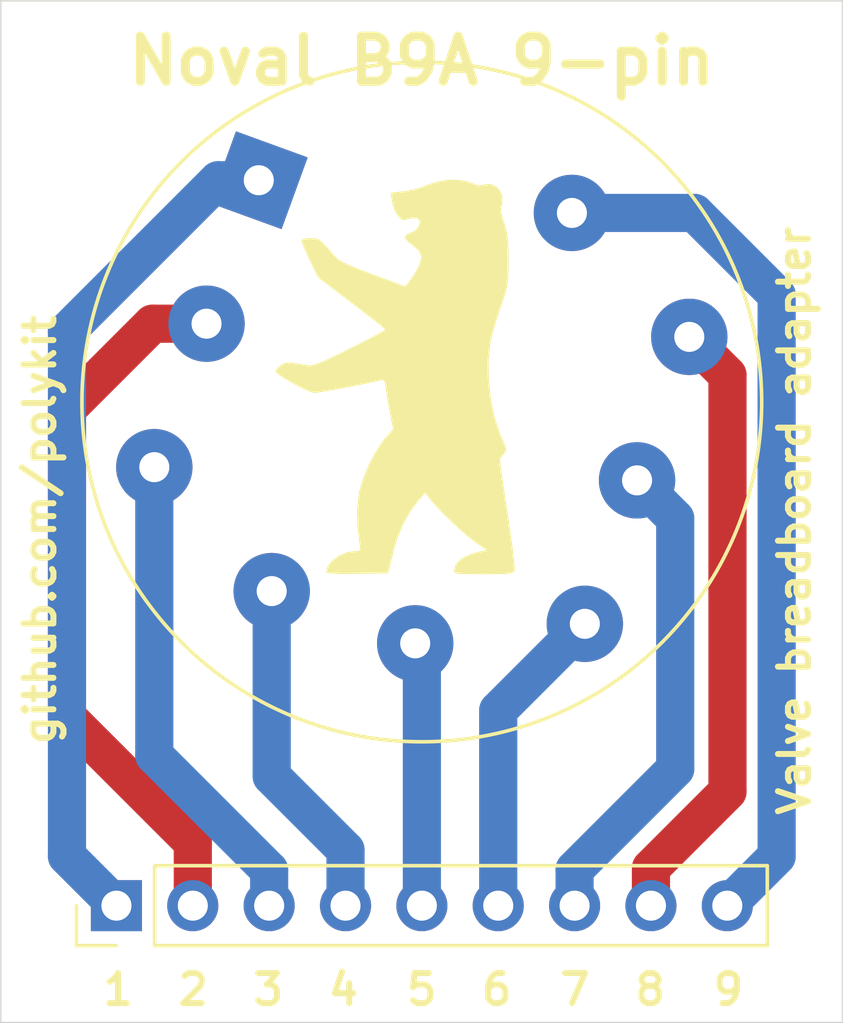
<source format=kicad_pcb>
(kicad_pcb (version 20171130) (host pcbnew 5.1.8-db9833491~88~ubuntu16.04.1)

  (general
    (thickness 1.6)
    (drawings 16)
    (tracks 31)
    (zones 0)
    (modules 3)
    (nets 10)
  )

  (page A4)
  (layers
    (0 F.Cu signal)
    (31 B.Cu signal)
    (32 B.Adhes user)
    (33 F.Adhes user)
    (34 B.Paste user)
    (35 F.Paste user)
    (36 B.SilkS user)
    (37 F.SilkS user)
    (38 B.Mask user)
    (39 F.Mask user)
    (40 Dwgs.User user)
    (41 Cmts.User user)
    (42 Eco1.User user)
    (43 Eco2.User user)
    (44 Edge.Cuts user)
    (45 Margin user)
    (46 B.CrtYd user)
    (47 F.CrtYd user)
    (48 B.Fab user)
    (49 F.Fab user)
  )

  (setup
    (last_trace_width 0.25)
    (user_trace_width 0.635)
    (user_trace_width 0.889)
    (user_trace_width 1.27)
    (trace_clearance 1)
    (zone_clearance 0.508)
    (zone_45_only no)
    (trace_min 0.2)
    (via_size 0.8)
    (via_drill 0.4)
    (via_min_size 0.4)
    (via_min_drill 0.3)
    (uvia_size 0.3)
    (uvia_drill 0.1)
    (uvias_allowed no)
    (uvia_min_size 0.2)
    (uvia_min_drill 0.1)
    (edge_width 0.05)
    (segment_width 0.2)
    (pcb_text_width 0.3)
    (pcb_text_size 1.5 1.5)
    (mod_edge_width 0.12)
    (mod_text_size 1 1)
    (mod_text_width 0.15)
    (pad_size 1.524 1.524)
    (pad_drill 0.762)
    (pad_to_mask_clearance 0)
    (aux_axis_origin 0 0)
    (visible_elements FFFFFF7F)
    (pcbplotparams
      (layerselection 0x010fc_ffffffff)
      (usegerberextensions false)
      (usegerberattributes true)
      (usegerberadvancedattributes true)
      (creategerberjobfile true)
      (excludeedgelayer true)
      (linewidth 0.100000)
      (plotframeref false)
      (viasonmask false)
      (mode 1)
      (useauxorigin false)
      (hpglpennumber 1)
      (hpglpenspeed 20)
      (hpglpendiameter 15.000000)
      (psnegative false)
      (psa4output false)
      (plotreference true)
      (plotvalue true)
      (plotinvisibletext false)
      (padsonsilk false)
      (subtractmaskfromsilk false)
      (outputformat 1)
      (mirror false)
      (drillshape 0)
      (scaleselection 1)
      (outputdirectory "plot/"))
  )

  (net 0 "")
  (net 1 "Net-(J1-Pad9)")
  (net 2 "Net-(J1-Pad8)")
  (net 3 "Net-(J1-Pad7)")
  (net 4 "Net-(J1-Pad6)")
  (net 5 "Net-(J1-Pad5)")
  (net 6 "Net-(J1-Pad4)")
  (net 7 "Net-(J1-Pad3)")
  (net 8 "Net-(J1-Pad2)")
  (net 9 "Net-(J1-Pad1)")

  (net_class Default "This is the default net class."
    (clearance 1)
    (trace_width 0.25)
    (via_dia 0.8)
    (via_drill 0.4)
    (uvia_dia 0.3)
    (uvia_drill 0.1)
    (add_net "Net-(J1-Pad1)")
    (add_net "Net-(J1-Pad2)")
    (add_net "Net-(J1-Pad3)")
    (add_net "Net-(J1-Pad4)")
    (add_net "Net-(J1-Pad5)")
    (add_net "Net-(J1-Pad6)")
    (add_net "Net-(J1-Pad7)")
    (add_net "Net-(J1-Pad8)")
    (add_net "Net-(J1-Pad9)")
  )

  (module synth:bär (layer F.Cu) (tedit 0) (tstamp 5FEE7D14)
    (at 162.3 98.6)
    (fp_text reference G*** (at 0 0) (layer F.SilkS) hide
      (effects (font (size 1.524 1.524) (thickness 0.3)))
    )
    (fp_text value LOGO (at 0.75 0) (layer F.SilkS) hide
      (effects (font (size 1.524 1.524) (thickness 0.3)))
    )
    (fp_poly (pts (xy 2.235287 -6.585203) (xy 2.393556 -6.522965) (xy 2.573386 -6.452737) (xy 2.73015 -6.465902)
      (xy 2.764541 -6.477872) (xy 2.979765 -6.501811) (xy 3.172081 -6.424348) (xy 3.317726 -6.271079)
      (xy 3.392936 -6.067599) (xy 3.373949 -5.839504) (xy 3.369519 -5.826237) (xy 3.338292 -5.692394)
      (xy 3.346405 -5.545887) (xy 3.398833 -5.3455) (xy 3.443839 -5.21043) (xy 3.506867 -5.007532)
      (xy 3.548753 -4.809334) (xy 3.573445 -4.581623) (xy 3.584893 -4.290189) (xy 3.587161 -3.96875)
      (xy 3.585244 -3.624005) (xy 3.575528 -3.365748) (xy 3.551203 -3.153471) (xy 3.50546 -2.946666)
      (xy 3.431491 -2.704826) (xy 3.322486 -2.387441) (xy 3.320323 -2.38125) (xy 3.209585 -2.04904)
      (xy 3.109139 -1.720061) (xy 3.030575 -1.433965) (xy 2.987537 -1.242463) (xy 2.925115 -0.650284)
      (xy 2.93058 -0.008786) (xy 2.99935 0.642512) (xy 3.126841 1.264094) (xy 3.308471 1.816443)
      (xy 3.354726 1.923615) (xy 3.453232 2.144802) (xy 3.503007 2.282012) (xy 3.508111 2.366772)
      (xy 3.472602 2.430615) (xy 3.426259 2.47924) (xy 3.333125 2.598338) (xy 3.300246 2.682875)
      (xy 3.309076 2.764272) (xy 3.334878 2.954284) (xy 3.375195 3.236018) (xy 3.427572 3.592584)
      (xy 3.489552 4.007091) (xy 3.558679 4.462648) (xy 3.566101 4.511186) (xy 3.634532 4.971651)
      (xy 3.693518 5.394512) (xy 3.740961 5.762535) (xy 3.774766 6.058487) (xy 3.792834 6.265133)
      (xy 3.793069 6.365241) (xy 3.792097 6.368561) (xy 3.763426 6.410097) (xy 3.70179 6.439582)
      (xy 3.588233 6.459014) (xy 3.403799 6.470395) (xy 3.129532 6.475722) (xy 2.764242 6.477)
      (xy 2.389382 6.475909) (xy 2.123181 6.47124) (xy 1.947309 6.460894) (xy 1.843434 6.442773)
      (xy 1.793225 6.41478) (xy 1.77835 6.374815) (xy 1.778 6.364129) (xy 1.838945 6.150528)
      (xy 2.016656 5.968282) (xy 2.303445 5.823439) (xy 2.560355 5.748593) (xy 2.866461 5.678781)
      (xy 2.52367 5.442692) (xy 2.281219 5.257396) (xy 1.988216 5.006025) (xy 1.676877 4.71883)
      (xy 1.379421 4.426057) (xy 1.128066 4.157955) (xy 1.021367 4.03225) (xy 0.817031 3.77825)
      (xy 0.564908 4.064) (xy 0.312586 4.40779) (xy 0.079042 4.83221) (xy -0.113019 5.290951)
      (xy -0.229 5.68325) (xy -0.286899 5.930034) (xy -0.340252 6.147391) (xy -0.377022 6.2865)
      (xy -0.4232 6.44525) (xy -1.44985 6.462697) (xy -1.886276 6.466401) (xy -2.199895 6.46042)
      (xy -2.394547 6.444564) (xy -2.474069 6.418644) (xy -2.4765 6.411919) (xy -2.418048 6.209832)
      (xy -2.261928 6.01803) (xy -2.036999 5.857778) (xy -1.772118 5.750344) (xy -1.532668 5.716394)
      (xy -1.389569 5.70679) (xy -1.340822 5.655001) (xy -1.353833 5.522622) (xy -1.356345 5.508625)
      (xy -1.428902 4.937412) (xy -1.442943 4.378901) (xy -1.398165 3.875603) (xy -1.369115 3.722939)
      (xy -1.238447 3.280734) (xy -1.047054 2.820645) (xy -0.81655 2.387055) (xy -0.568549 2.024346)
      (xy -0.504825 1.948213) (xy -0.245181 1.653242) (xy -0.343135 1.159996) (xy -0.398006 0.866687)
      (xy -0.448214 0.569234) (xy -0.483011 0.331373) (xy -0.483346 0.328699) (xy -0.511471 0.134645)
      (xy -0.545499 0.039513) (xy -0.604648 0.015927) (xy -0.691426 0.032283) (xy -0.914886 0.084342)
      (xy -1.205928 0.146398) (xy -1.537658 0.213371) (xy -1.883185 0.280183) (xy -2.215616 0.341757)
      (xy -2.508057 0.393015) (xy -2.733617 0.428877) (xy -2.865402 0.444267) (xy -2.874464 0.4445)
      (xy -2.995913 0.412967) (xy -3.191111 0.329885) (xy -3.428229 0.212526) (xy -3.675439 0.078165)
      (xy -3.900911 -0.055927) (xy -4.072816 -0.172476) (xy -4.158079 -0.252105) (xy -4.136531 -0.323479)
      (xy -4.039308 -0.427304) (xy -4.016981 -0.445608) (xy -3.92013 -0.511754) (xy -3.817277 -0.547798)
      (xy -3.680416 -0.554435) (xy -3.481539 -0.532356) (xy -3.192638 -0.482252) (xy -3.116 -0.467874)
      (xy -3.029071 -0.460293) (xy -2.925577 -0.473751) (xy -2.788745 -0.514824) (xy -2.601799 -0.590086)
      (xy -2.347967 -0.706112) (xy -2.010475 -0.869476) (xy -1.703125 -1.021663) (xy -1.34788 -1.200309)
      (xy -1.034647 -1.361293) (xy -0.780097 -1.495758) (xy -0.600902 -1.59485) (xy -0.513735 -1.649712)
      (xy -0.508 -1.656475) (xy -0.556354 -1.704779) (xy -0.691751 -1.817838) (xy -0.899692 -1.984127)
      (xy -1.16568 -2.192122) (xy -1.475217 -2.430299) (xy -1.623997 -2.543604) (xy -2.739994 -3.390836)
      (xy -3.020997 -3.968472) (xy -3.139635 -4.219536) (xy -3.233505 -4.431872) (xy -3.290486 -4.577264)
      (xy -3.302 -4.622554) (xy -3.241975 -4.674061) (xy -3.071164 -4.697813) (xy -3.007278 -4.699)
      (xy -2.805181 -4.684723) (xy -2.666666 -4.623963) (xy -2.532278 -4.492625) (xy -2.365845 -4.302893)
      (xy -2.195701 -4.11006) (xy -2.176125 -4.087974) (xy -2.082497 -4.002368) (xy -1.944701 -3.91449)
      (xy -1.74516 -3.815964) (xy -1.466301 -3.698416) (xy -1.090548 -3.553472) (xy -0.924973 -3.491788)
      (xy 0.150304 -3.093879) (xy 0.300885 -3.277315) (xy 0.484927 -3.537665) (xy 0.617964 -3.79796)
      (xy 0.683899 -4.023242) (xy 0.686377 -4.114499) (xy 0.614163 -4.275434) (xy 0.428453 -4.441467)
      (xy 0.396875 -4.463121) (xy 0.205563 -4.614616) (xy 0.135987 -4.731744) (xy 0.187877 -4.815406)
      (xy 0.281309 -4.850962) (xy 0.488415 -4.951637) (xy 0.611904 -5.114227) (xy 0.635 -5.233503)
      (xy 0.61672 -5.33136) (xy 0.537265 -5.366182) (xy 0.42123 -5.364956) (xy 0.251408 -5.342682)
      (xy 0.134197 -5.306619) (xy 0.131255 -5.30488) (xy 0.034681 -5.315118) (xy -0.08906 -5.441029)
      (xy -0.184199 -5.588) (xy -0.229245 -5.709235) (xy -0.273189 -5.892968) (xy -0.28302 -5.947574)
      (xy -0.326788 -6.211897) (xy 0.106481 -6.2556) (xy 0.480498 -6.323862) (xy 0.831166 -6.441172)
      (xy 0.889 -6.467526) (xy 1.204052 -6.576555) (xy 1.562075 -6.633565) (xy 1.920132 -6.636975)
      (xy 2.235287 -6.585203)) (layer F.SilkS) (width 0.01))
  )

  (module Connector_PinHeader_2.54mm:PinHeader_1x09_P2.54mm_Vertical (layer F.Cu) (tedit 59FED5CC) (tstamp 5FEE1620)
    (at 152.848219 116.109834 90)
    (descr "Through hole straight pin header, 1x09, 2.54mm pitch, single row")
    (tags "Through hole pin header THT 1x09 2.54mm single row")
    (path /5FEF081B)
    (fp_text reference J1 (at 0 -2.33 90) (layer F.SilkS) hide
      (effects (font (size 1 1) (thickness 0.15)))
    )
    (fp_text value Conn_01x09 (at 0 22.65 90) (layer F.Fab) hide
      (effects (font (size 1 1) (thickness 0.15)))
    )
    (fp_line (start 1.8 -1.8) (end -1.8 -1.8) (layer F.CrtYd) (width 0.05))
    (fp_line (start 1.8 22.1) (end 1.8 -1.8) (layer F.CrtYd) (width 0.05))
    (fp_line (start -1.8 22.1) (end 1.8 22.1) (layer F.CrtYd) (width 0.05))
    (fp_line (start -1.8 -1.8) (end -1.8 22.1) (layer F.CrtYd) (width 0.05))
    (fp_line (start -1.33 -1.33) (end 0 -1.33) (layer F.SilkS) (width 0.12))
    (fp_line (start -1.33 0) (end -1.33 -1.33) (layer F.SilkS) (width 0.12))
    (fp_line (start -1.33 1.27) (end 1.33 1.27) (layer F.SilkS) (width 0.12))
    (fp_line (start 1.33 1.27) (end 1.33 21.65) (layer F.SilkS) (width 0.12))
    (fp_line (start -1.33 1.27) (end -1.33 21.65) (layer F.SilkS) (width 0.12))
    (fp_line (start -1.33 21.65) (end 1.33 21.65) (layer F.SilkS) (width 0.12))
    (fp_line (start -1.27 -0.635) (end -0.635 -1.27) (layer F.Fab) (width 0.1))
    (fp_line (start -1.27 21.59) (end -1.27 -0.635) (layer F.Fab) (width 0.1))
    (fp_line (start 1.27 21.59) (end -1.27 21.59) (layer F.Fab) (width 0.1))
    (fp_line (start 1.27 -1.27) (end 1.27 21.59) (layer F.Fab) (width 0.1))
    (fp_line (start -0.635 -1.27) (end 1.27 -1.27) (layer F.Fab) (width 0.1))
    (fp_text user %R (at 0 10.16) (layer F.Fab)
      (effects (font (size 1 1) (thickness 0.15)))
    )
    (pad 9 thru_hole oval (at 0 20.32 90) (size 1.7 1.7) (drill 1) (layers *.Cu *.Mask)
      (net 1 "Net-(J1-Pad9)"))
    (pad 8 thru_hole oval (at 0 17.78 90) (size 1.7 1.7) (drill 1) (layers *.Cu *.Mask)
      (net 2 "Net-(J1-Pad8)"))
    (pad 7 thru_hole oval (at 0 15.24 90) (size 1.7 1.7) (drill 1) (layers *.Cu *.Mask)
      (net 3 "Net-(J1-Pad7)"))
    (pad 6 thru_hole oval (at 0 12.7 90) (size 1.7 1.7) (drill 1) (layers *.Cu *.Mask)
      (net 4 "Net-(J1-Pad6)"))
    (pad 5 thru_hole oval (at 0 10.16 90) (size 1.7 1.7) (drill 1) (layers *.Cu *.Mask)
      (net 5 "Net-(J1-Pad5)"))
    (pad 4 thru_hole oval (at 0 7.62 90) (size 1.7 1.7) (drill 1) (layers *.Cu *.Mask)
      (net 6 "Net-(J1-Pad4)"))
    (pad 3 thru_hole oval (at 0 5.08 90) (size 1.7 1.7) (drill 1) (layers *.Cu *.Mask)
      (net 7 "Net-(J1-Pad3)"))
    (pad 2 thru_hole oval (at 0 2.54 90) (size 1.7 1.7) (drill 1) (layers *.Cu *.Mask)
      (net 8 "Net-(J1-Pad2)"))
    (pad 1 thru_hole rect (at 0 0 90) (size 1.7 1.7) (drill 1) (layers *.Cu *.Mask)
      (net 9 "Net-(J1-Pad1)"))
    (model ${KISYS3DMOD}/Connector_PinHeader_2.54mm.3dshapes/PinHeader_1x09_P2.54mm_Vertical.wrl
      (at (xyz 0 0 0))
      (scale (xyz 1 1 1))
      (rotate (xyz 0 0 0))
    )
  )

  (module Valve:Valve_Noval_P (layer F.Cu) (tedit 5A030096) (tstamp 5FEE0AFD)
    (at 157.582716 91.971758 160)
    (descr "Valve NOVAL P")
    (tags "Valve NOVAL P")
    (path /5FEE117C)
    (fp_text reference U1 (at -7.62 -5.08 160) (layer F.SilkS) hide
      (effects (font (size 1 1) (thickness 0.15)))
    )
    (fp_text value ECC83 (at 4.57 4.95 160) (layer F.Fab) hide
      (effects (font (size 1 1) (thickness 0.15)))
    )
    (fp_circle (center -7.62 -5.08) (end -13.34 0.63) (layer F.Fab) (width 0.1))
    (fp_circle (center -7.62 -5.08) (end 1.63 1.42) (layer F.CrtYd) (width 0.05))
    (fp_circle (center -7.62 -5.08) (end 1.63 1.42) (layer F.SilkS) (width 0.12))
    (fp_text user %R (at -7.62 -5.08 160) (layer F.Fab) hide
      (effects (font (size 1 1) (thickness 0.15)))
    )
    (pad 9 thru_hole circle (at -10.16 2.54 160) (size 2.54 5.08) (drill 1) (layers *.Cu *.Mask)
      (net 1 "Net-(J1-Pad9)"))
    (pad 8 thru_hole circle (at -15.24 0 160) (size 2.54 5.08) (drill 1) (layers *.Cu *.Mask)
      (net 2 "Net-(J1-Pad8)"))
    (pad 7 thru_hole circle (at -15.24 -5.08 160) (size 2.54 5.08) (drill 1) (layers *.Cu *.Mask)
      (net 3 "Net-(J1-Pad7)"))
    (pad 6 thru_hole circle (at -15.24 -10.16 160) (size 2.54 5.08) (drill 1) (layers *.Cu *.Mask)
      (net 4 "Net-(J1-Pad6)"))
    (pad 5 thru_hole circle (at -10.16 -12.7 160) (size 2.54 5.08) (drill 1) (layers *.Cu *.Mask)
      (net 5 "Net-(J1-Pad5)"))
    (pad 4 thru_hole circle (at -5.08 -12.7 160) (size 2.54 5.08) (drill 1) (layers *.Cu *.Mask)
      (net 6 "Net-(J1-Pad4)"))
    (pad 3 thru_hole circle (at 0 -10.16 160) (size 2.54 5.08) (drill 1) (layers *.Cu *.Mask)
      (net 7 "Net-(J1-Pad3)"))
    (pad 2 thru_hole circle (at 0 -5.08 160) (size 2.54 5.08) (drill 1) (layers *.Cu *.Mask)
      (net 8 "Net-(J1-Pad2)"))
    (pad 1 thru_hole rect (at 0 0 160) (size 2.54 2.54) (drill 1) (layers *.Cu *.Mask)
      (net 9 "Net-(J1-Pad1)"))
    (model ${KISYS3DMOD}/Valve.3dshapes/Valve_Noval_P.wrl
      (at (xyz 0 0 0))
      (scale (xyz 1 1 1))
      (rotate (xyz 0 0 0))
    )
  )

  (gr_text "Valve breadboard adapter" (at 175.4 103.3 90) (layer F.SilkS)
    (effects (font (size 1 1) (thickness 0.2)))
  )
  (gr_text github.com/polykit (at 150.3 103.6 90) (layer F.SilkS)
    (effects (font (size 1 1) (thickness 0.2)))
  )
  (gr_text 9 (at 173.2 118.9) (layer F.SilkS)
    (effects (font (size 1 1) (thickness 0.2)))
  )
  (gr_text 8 (at 170.6 118.9) (layer F.SilkS)
    (effects (font (size 1 1) (thickness 0.2)))
  )
  (gr_text 7 (at 168.1 118.9) (layer F.SilkS)
    (effects (font (size 1 1) (thickness 0.2)))
  )
  (gr_text 6 (at 165.5 118.9) (layer F.SilkS)
    (effects (font (size 1 1) (thickness 0.2)))
  )
  (gr_text 5 (at 163 118.9) (layer F.SilkS)
    (effects (font (size 1 1) (thickness 0.2)))
  )
  (gr_text 4 (at 160.4 118.9) (layer F.SilkS)
    (effects (font (size 1 1) (thickness 0.2)))
  )
  (gr_text 3 (at 157.9 118.9) (layer F.SilkS)
    (effects (font (size 1 1) (thickness 0.2)))
  )
  (gr_text 2 (at 155.4 118.9) (layer F.SilkS)
    (effects (font (size 1 1) (thickness 0.2)))
  )
  (gr_text 1 (at 152.9 118.9) (layer F.SilkS)
    (effects (font (size 1 1) (thickness 0.2)))
  )
  (gr_text "Noval B9A 9-pin" (at 163 88) (layer F.SilkS)
    (effects (font (size 1.5 1.5) (thickness 0.3)))
  )
  (gr_line (start 149 86) (end 177 86) (layer Edge.Cuts) (width 0.05))
  (gr_line (start 177 86) (end 177 120) (layer Edge.Cuts) (width 0.05) (tstamp 5FEE1AA7))
  (gr_line (start 149 120) (end 149 86) (layer Edge.Cuts) (width 0.05))
  (gr_line (start 177 120) (end 149 120) (layer Edge.Cuts) (width 0.05))

  (segment (start 174.808633 114.46942) (end 173.168219 116.109834) (width 1.27) (layer B.Cu) (net 1))
  (segment (start 174.808633 95.789744) (end 174.808633 114.46942) (width 1.27) (layer B.Cu) (net 1))
  (segment (start 172.078752 93.059863) (end 174.808633 95.789744) (width 1.27) (layer B.Cu) (net 1))
  (segment (start 167.998724 93.059863) (end 172.078752 93.059863) (width 1.27) (layer B.Cu) (net 1))
  (segment (start 170.628219 114.862034) (end 170.628219 116.109834) (width 1.27) (layer F.Cu) (net 2))
  (segment (start 173.173631 112.316622) (end 170.628219 114.862034) (width 1.27) (layer F.Cu) (net 2))
  (segment (start 173.173631 98.454144) (end 173.173631 112.316622) (width 1.27) (layer F.Cu) (net 2))
  (segment (start 171.903632 97.184145) (end 173.173631 98.454144) (width 1.27) (layer F.Cu) (net 2))
  (segment (start 168.088219 114.907753) (end 168.088219 116.109834) (width 1.27) (layer B.Cu) (net 3))
  (segment (start 171.436168 111.559804) (end 168.088219 114.907753) (width 1.27) (layer B.Cu) (net 3))
  (segment (start 171.436168 103.227782) (end 171.436168 111.559804) (width 1.27) (layer B.Cu) (net 3))
  (segment (start 170.166169 101.957783) (end 171.436168 103.227782) (width 1.27) (layer B.Cu) (net 3))
  (segment (start 165.548219 109.61191) (end 165.548219 116.109834) (width 1.27) (layer B.Cu) (net 4))
  (segment (start 168.428707 106.731422) (end 165.548219 109.61191) (width 1.27) (layer B.Cu) (net 4))
  (segment (start 163.008219 107.602661) (end 163.008219 116.109834) (width 1.27) (layer B.Cu) (net 5))
  (segment (start 162.786337 107.380779) (end 163.008219 107.602661) (width 1.27) (layer B.Cu) (net 5))
  (segment (start 160.468219 114.257941) (end 160.468219 116.109834) (width 1.27) (layer B.Cu) (net 6))
  (segment (start 158.012699 111.802421) (end 160.468219 114.257941) (width 1.27) (layer B.Cu) (net 6))
  (segment (start 158.012699 105.643317) (end 158.012699 111.802421) (width 1.27) (layer B.Cu) (net 6))
  (segment (start 157.928219 114.928219) (end 157.928219 116.109834) (width 1.27) (layer B.Cu) (net 7))
  (segment (start 154.107791 111.107791) (end 157.928219 114.928219) (width 1.27) (layer B.Cu) (net 7))
  (segment (start 154.107791 101.519035) (end 154.107791 111.107791) (width 1.27) (layer B.Cu) (net 7))
  (segment (start 155.388219 114.006832) (end 155.388219 116.109834) (width 1.27) (layer F.Cu) (net 8))
  (segment (start 151.20279 109.821403) (end 155.388219 114.006832) (width 1.27) (layer F.Cu) (net 8))
  (segment (start 151.20279 99.59181) (end 151.20279 109.821403) (width 1.27) (layer F.Cu) (net 8))
  (segment (start 154.049203 96.745397) (end 151.20279 99.59181) (width 1.27) (layer F.Cu) (net 8))
  (segment (start 155.845254 96.745397) (end 154.049203 96.745397) (width 1.27) (layer F.Cu) (net 8))
  (segment (start 151.20279 114.464405) (end 152.848219 116.109834) (width 1.27) (layer B.Cu) (net 9))
  (segment (start 151.20279 97.000179) (end 151.20279 114.464405) (width 1.27) (layer B.Cu) (net 9))
  (segment (start 156.231211 91.971758) (end 151.20279 97.000179) (width 1.27) (layer B.Cu) (net 9))
  (segment (start 157.582716 91.971758) (end 156.231211 91.971758) (width 1.27) (layer B.Cu) (net 9))

)

</source>
